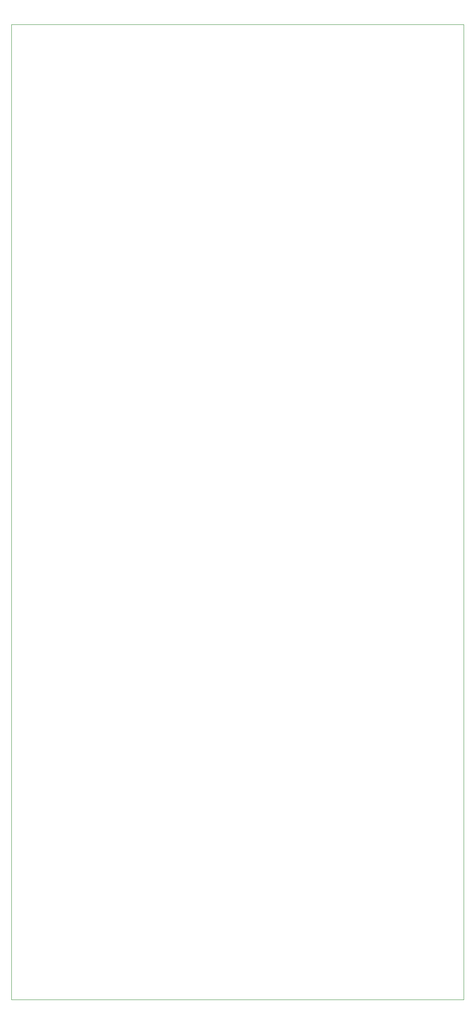
<source format=gm1>
G04 #@! TF.GenerationSoftware,KiCad,Pcbnew,(5.1.5)-3*
G04 #@! TF.CreationDate,2020-02-01T14:09:59+09:00*
G04 #@! TF.ProjectId,MotherBoard_PCIe,4d6f7468-6572-4426-9f61-72645f504349,rev?*
G04 #@! TF.SameCoordinates,Original*
G04 #@! TF.FileFunction,Profile,NP*
%FSLAX46Y46*%
G04 Gerber Fmt 4.6, Leading zero omitted, Abs format (unit mm)*
G04 Created by KiCad (PCBNEW (5.1.5)-3) date 2020-02-01 14:09:59*
%MOMM*%
%LPD*%
G04 APERTURE LIST*
%ADD10C,0.050000*%
G04 APERTURE END LIST*
D10*
X75000000Y3000000D02*
X166000000Y3000000D01*
X75000000Y-193000000D02*
X75000000Y3000000D01*
X166000000Y-193000000D02*
X75000000Y-193000000D01*
X166000000Y3000000D02*
X166000000Y-193000000D01*
M02*

</source>
